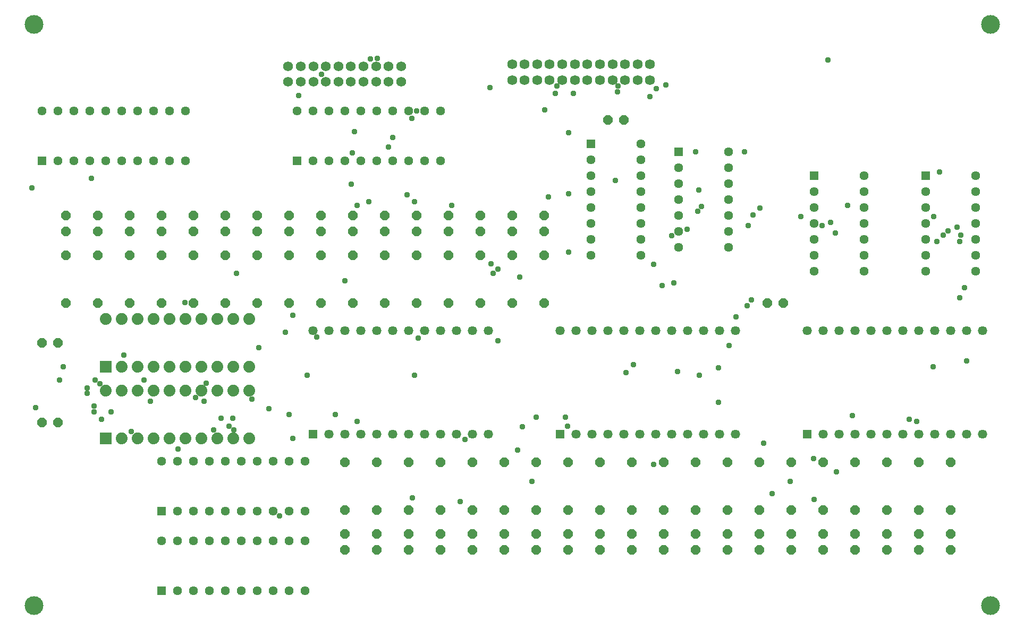
<source format=gbr>
G04 EAGLE Gerber RS-274X export*
G75*
%MOMM*%
%FSLAX34Y34*%
%LPD*%
%INSoldermask Bottom*%
%IPPOS*%
%AMOC8*
5,1,8,0,0,1.08239X$1,22.5*%
G01*
%ADD10R,1.461200X1.461200*%
%ADD11C,1.461200*%
%ADD12R,1.879600X1.879600*%
%ADD13C,1.879600*%
%ADD14R,1.441200X1.441200*%
%ADD15C,1.441200*%
%ADD16P,1.649562X8X292.500000*%
%ADD17P,1.649562X8X112.500000*%
%ADD18C,1.584200*%
%ADD19P,1.649562X8X22.500000*%
%ADD20C,3.003200*%
%ADD21C,1.561200*%
%ADD22C,0.959600*%


D10*
X482600Y311150D03*
D11*
X508000Y311150D03*
X533400Y311150D03*
X558800Y311150D03*
X584200Y311150D03*
X609600Y311150D03*
X635000Y311150D03*
X660400Y311150D03*
X685800Y311150D03*
X711200Y311150D03*
X736600Y311150D03*
X762000Y311150D03*
X762000Y476250D03*
X736600Y476250D03*
X711200Y476250D03*
X685800Y476250D03*
X660400Y476250D03*
X635000Y476250D03*
X609600Y476250D03*
X584200Y476250D03*
X558800Y476250D03*
X533400Y476250D03*
X508000Y476250D03*
X482600Y476250D03*
D10*
X876300Y311150D03*
D11*
X901700Y311150D03*
X927100Y311150D03*
X952500Y311150D03*
X977900Y311150D03*
X1003300Y311150D03*
X1028700Y311150D03*
X1054100Y311150D03*
X1079500Y311150D03*
X1104900Y311150D03*
X1130300Y311150D03*
X1155700Y311150D03*
X1155700Y476250D03*
X1130300Y476250D03*
X1104900Y476250D03*
X1079500Y476250D03*
X1054100Y476250D03*
X1028700Y476250D03*
X1003300Y476250D03*
X977900Y476250D03*
X952500Y476250D03*
X927100Y476250D03*
X901700Y476250D03*
X876300Y476250D03*
D10*
X1270000Y311150D03*
D11*
X1295400Y311150D03*
X1320800Y311150D03*
X1346200Y311150D03*
X1371600Y311150D03*
X1397000Y311150D03*
X1422400Y311150D03*
X1447800Y311150D03*
X1473200Y311150D03*
X1498600Y311150D03*
X1524000Y311150D03*
X1549400Y311150D03*
X1549400Y476250D03*
X1524000Y476250D03*
X1498600Y476250D03*
X1473200Y476250D03*
X1447800Y476250D03*
X1422400Y476250D03*
X1397000Y476250D03*
X1371600Y476250D03*
X1346200Y476250D03*
X1320800Y476250D03*
X1295400Y476250D03*
X1270000Y476250D03*
D12*
X152400Y304800D03*
D13*
X177800Y304800D03*
X203200Y304800D03*
X228600Y304800D03*
X254000Y304800D03*
X279400Y304800D03*
X304800Y304800D03*
X330200Y304800D03*
X355600Y304800D03*
X381000Y304800D03*
X381000Y381000D03*
X355600Y381000D03*
X330200Y381000D03*
X304800Y381000D03*
X279400Y381000D03*
X254000Y381000D03*
X228600Y381000D03*
X203200Y381000D03*
X177800Y381000D03*
X152400Y381000D03*
D12*
X152400Y419100D03*
D13*
X177800Y419100D03*
X203200Y419100D03*
X228600Y419100D03*
X254000Y419100D03*
X279400Y419100D03*
X304800Y419100D03*
X330200Y419100D03*
X355600Y419100D03*
X381000Y419100D03*
X381000Y495300D03*
X355600Y495300D03*
X330200Y495300D03*
X304800Y495300D03*
X279400Y495300D03*
X254000Y495300D03*
X228600Y495300D03*
X203200Y495300D03*
X177800Y495300D03*
X152400Y495300D03*
D14*
X457200Y747700D03*
D15*
X482600Y747700D03*
X508000Y747700D03*
X533400Y747700D03*
X558800Y747700D03*
X584200Y747700D03*
X609600Y747700D03*
X635000Y747700D03*
X660400Y747700D03*
X685800Y747700D03*
X685800Y827100D03*
X660400Y827100D03*
X635000Y827100D03*
X609600Y827100D03*
X584200Y827100D03*
X558800Y827100D03*
X533400Y827100D03*
X508000Y827100D03*
X482600Y827100D03*
X457200Y827100D03*
D14*
X50800Y747700D03*
D15*
X76200Y747700D03*
X101600Y747700D03*
X127000Y747700D03*
X152400Y747700D03*
X177800Y747700D03*
X203200Y747700D03*
X228600Y747700D03*
X254000Y747700D03*
X279400Y747700D03*
X279400Y827100D03*
X254000Y827100D03*
X228600Y827100D03*
X203200Y827100D03*
X177800Y827100D03*
X152400Y827100D03*
X127000Y827100D03*
X101600Y827100D03*
X76200Y827100D03*
X50800Y827100D03*
D14*
X925500Y774700D03*
D15*
X925500Y749300D03*
X925500Y723900D03*
X925500Y698500D03*
X925500Y673100D03*
X925500Y647700D03*
X925500Y622300D03*
X925500Y596900D03*
X1004900Y596900D03*
X1004900Y622300D03*
X1004900Y647700D03*
X1004900Y673100D03*
X1004900Y698500D03*
X1004900Y723900D03*
X1004900Y749300D03*
X1004900Y774700D03*
D14*
X241300Y61900D03*
D15*
X266700Y61900D03*
X292100Y61900D03*
X317500Y61900D03*
X342900Y61900D03*
X368300Y61900D03*
X393700Y61900D03*
X419100Y61900D03*
X444500Y61900D03*
X469900Y61900D03*
X469900Y141300D03*
X444500Y141300D03*
X419100Y141300D03*
X393700Y141300D03*
X368300Y141300D03*
X342900Y141300D03*
X317500Y141300D03*
X292100Y141300D03*
X266700Y141300D03*
X241300Y141300D03*
D14*
X241300Y188900D03*
D15*
X266700Y188900D03*
X292100Y188900D03*
X317500Y188900D03*
X342900Y188900D03*
X368300Y188900D03*
X393700Y188900D03*
X419100Y188900D03*
X444500Y188900D03*
X469900Y188900D03*
X469900Y268300D03*
X444500Y268300D03*
X419100Y268300D03*
X393700Y268300D03*
X368300Y268300D03*
X342900Y268300D03*
X317500Y268300D03*
X292100Y268300D03*
X266700Y268300D03*
X241300Y268300D03*
D14*
X1458900Y723900D03*
D15*
X1458900Y698500D03*
X1458900Y673100D03*
X1458900Y647700D03*
X1458900Y622300D03*
X1458900Y596900D03*
X1458900Y571500D03*
X1538300Y571500D03*
X1538300Y596900D03*
X1538300Y622300D03*
X1538300Y647700D03*
X1538300Y673100D03*
X1538300Y698500D03*
X1538300Y723900D03*
D14*
X1281100Y723900D03*
D15*
X1281100Y698500D03*
X1281100Y673100D03*
X1281100Y647700D03*
X1281100Y622300D03*
X1281100Y596900D03*
X1281100Y571500D03*
X1360500Y571500D03*
X1360500Y596900D03*
X1360500Y622300D03*
X1360500Y647700D03*
X1360500Y673100D03*
X1360500Y698500D03*
X1360500Y723900D03*
D14*
X1065200Y762000D03*
D15*
X1065200Y736600D03*
X1065200Y711200D03*
X1065200Y685800D03*
X1065200Y660400D03*
X1065200Y635000D03*
X1065200Y609600D03*
X1144600Y609600D03*
X1144600Y635000D03*
X1144600Y660400D03*
X1144600Y685800D03*
X1144600Y711200D03*
X1144600Y736600D03*
X1144600Y762000D03*
D16*
X584200Y152400D03*
X584200Y127000D03*
X635000Y152400D03*
X635000Y127000D03*
X685800Y152400D03*
X685800Y127000D03*
X736600Y152400D03*
X736600Y127000D03*
X787400Y152400D03*
X787400Y127000D03*
X838200Y152400D03*
X838200Y127000D03*
X889000Y152400D03*
X889000Y127000D03*
X939800Y152400D03*
X939800Y127000D03*
X990600Y152400D03*
X990600Y127000D03*
X1041400Y152400D03*
X1041400Y127000D03*
X1092200Y152400D03*
X1092200Y127000D03*
X1143000Y152400D03*
X1143000Y127000D03*
X1193800Y152400D03*
X1193800Y127000D03*
X1244600Y152400D03*
X1244600Y127000D03*
X1295400Y152400D03*
X1295400Y127000D03*
X1346200Y152400D03*
X1346200Y127000D03*
X1397000Y152400D03*
X1397000Y127000D03*
X1447800Y152400D03*
X1447800Y127000D03*
X1498600Y152400D03*
X1498600Y127000D03*
D17*
X584200Y190500D03*
X584200Y266700D03*
X635000Y190500D03*
X635000Y266700D03*
X685800Y190500D03*
X685800Y266700D03*
X736600Y190500D03*
X736600Y266700D03*
X787400Y190500D03*
X787400Y266700D03*
X838200Y190500D03*
X838200Y266700D03*
X889000Y190500D03*
X889000Y266700D03*
X939800Y190500D03*
X939800Y266700D03*
X990600Y190500D03*
X990600Y266700D03*
X1041400Y190500D03*
X1041400Y266700D03*
X1092200Y190500D03*
X1092200Y266700D03*
X1143000Y190500D03*
X1143000Y266700D03*
X1193800Y190500D03*
X1193800Y266700D03*
X1244600Y190500D03*
X1244600Y266700D03*
X1295400Y190500D03*
X1295400Y266700D03*
X1346200Y190500D03*
X1346200Y266700D03*
X1397000Y190500D03*
X1397000Y266700D03*
X1447800Y190500D03*
X1447800Y266700D03*
X1498600Y190500D03*
X1498600Y266700D03*
X533400Y190500D03*
X533400Y266700D03*
D16*
X533400Y152400D03*
X533400Y127000D03*
D18*
X800100Y901700D03*
X800100Y876700D03*
X820100Y901700D03*
X820100Y876700D03*
X840100Y901700D03*
X840100Y876700D03*
X860100Y901700D03*
X860100Y876700D03*
X880100Y901700D03*
X880100Y876700D03*
X900100Y901700D03*
X900100Y876700D03*
X920100Y901700D03*
X920100Y876700D03*
X940100Y901700D03*
X940100Y876700D03*
X960100Y901700D03*
X960100Y876700D03*
X980100Y901700D03*
X980100Y876700D03*
X1000100Y901700D03*
X1000100Y876700D03*
X1020100Y901700D03*
X1020100Y876700D03*
D19*
X952500Y812800D03*
X977900Y812800D03*
X1206500Y520700D03*
X1231900Y520700D03*
X50800Y457200D03*
X76200Y457200D03*
X50800Y330200D03*
X76200Y330200D03*
D20*
X38100Y38100D03*
X38100Y965200D03*
X1562100Y965200D03*
X1562100Y38100D03*
D17*
X800100Y635000D03*
X800100Y660400D03*
X749300Y635000D03*
X749300Y660400D03*
X698500Y635000D03*
X698500Y660400D03*
X647700Y635000D03*
X647700Y660400D03*
X596900Y635000D03*
X596900Y660400D03*
X546100Y635000D03*
X546100Y660400D03*
X495300Y635000D03*
X495300Y660400D03*
X444500Y635000D03*
X444500Y660400D03*
X393700Y635000D03*
X393700Y660400D03*
X342900Y635000D03*
X342900Y660400D03*
X292100Y635000D03*
X292100Y660400D03*
X241300Y635000D03*
X241300Y660400D03*
X190500Y635000D03*
X190500Y660400D03*
X139700Y635000D03*
X139700Y660400D03*
X88900Y635000D03*
X88900Y660400D03*
X850900Y635000D03*
X850900Y660400D03*
D16*
X800100Y596900D03*
X800100Y520700D03*
X749300Y596900D03*
X749300Y520700D03*
X698500Y596900D03*
X698500Y520700D03*
X647700Y596900D03*
X647700Y520700D03*
X596900Y596900D03*
X596900Y520700D03*
X546100Y596900D03*
X546100Y520700D03*
X495300Y596900D03*
X495300Y520700D03*
X444500Y596900D03*
X444500Y520700D03*
X393700Y596900D03*
X393700Y520700D03*
X342900Y596900D03*
X342900Y520700D03*
X292100Y596900D03*
X292100Y520700D03*
X241300Y596900D03*
X241300Y520700D03*
X190500Y596900D03*
X190500Y520700D03*
X139700Y596900D03*
X139700Y520700D03*
X88900Y596900D03*
X88900Y520700D03*
X850900Y596900D03*
X850900Y520700D03*
D21*
X443400Y898600D03*
X443400Y873600D03*
X463400Y898600D03*
X463400Y873600D03*
X483400Y898600D03*
X483400Y873600D03*
X503400Y898600D03*
X503400Y873600D03*
X523400Y898600D03*
X523400Y873600D03*
X543400Y898600D03*
X543400Y873600D03*
X563400Y898600D03*
X563400Y873600D03*
X583400Y898600D03*
X583400Y873600D03*
X603400Y898600D03*
X603400Y873600D03*
X623400Y898600D03*
X623400Y873600D03*
D22*
X1054608Y627888D03*
X632460Y693420D03*
X85344Y419100D03*
X1181100Y525780D03*
X964692Y716280D03*
X1063752Y411480D03*
X1432560Y335280D03*
X1146048Y452628D03*
X993648Y422148D03*
X1444752Y332232D03*
X1129284Y362712D03*
X725424Y303276D03*
X1200912Y297180D03*
X981456Y409956D03*
X1342644Y341376D03*
X1156716Y498348D03*
X553212Y332232D03*
X777240Y574548D03*
X134112Y356616D03*
X1092708Y762000D03*
X1170432Y762000D03*
X1335024Y676656D03*
X967740Y858012D03*
X868680Y854964D03*
X897636Y854964D03*
X193548Y315468D03*
X41148Y353568D03*
X348996Y324612D03*
X533400Y556260D03*
X585216Y911352D03*
X413004Y352044D03*
X545592Y760476D03*
X544068Y710184D03*
X571500Y682752D03*
X574548Y909828D03*
X451104Y304800D03*
X473964Y405384D03*
X312420Y393192D03*
X603504Y769620D03*
X451104Y501396D03*
X396240Y449580D03*
X429768Y181356D03*
X356616Y318516D03*
X295656Y370332D03*
X123444Y376428D03*
X143256Y391668D03*
X650748Y464820D03*
X644652Y682752D03*
X548640Y794004D03*
X361188Y568452D03*
X146304Y335280D03*
X134112Y347472D03*
X769620Y568452D03*
X496824Y885444D03*
X460248Y851916D03*
X35052Y704088D03*
X213360Y397764D03*
X135636Y397764D03*
X123444Y385572D03*
X336804Y336804D03*
X309372Y364236D03*
X224028Y364236D03*
X181356Y437388D03*
X268224Y288036D03*
X161544Y347472D03*
X1315212Y632460D03*
X1260348Y658368D03*
X1030224Y862584D03*
X969264Y867156D03*
X609600Y784860D03*
X640080Y815340D03*
X851916Y829056D03*
X871728Y867156D03*
X129540Y719328D03*
X704088Y676656D03*
X553212Y676656D03*
X812292Y562356D03*
X324612Y318516D03*
X355092Y336804D03*
X385572Y367284D03*
X445008Y342900D03*
X518160Y342900D03*
X79248Y397764D03*
X766572Y583692D03*
X885444Y338328D03*
X888492Y324612D03*
X278892Y521208D03*
X816864Y323088D03*
X1214628Y216408D03*
X438912Y473964D03*
X489204Y466344D03*
X644652Y405384D03*
X1514856Y629412D03*
X1487424Y629412D03*
X717804Y204216D03*
X1316736Y251460D03*
X1019556Y850392D03*
X1175004Y516636D03*
X1078992Y638556D03*
X1243584Y236220D03*
X1280160Y272796D03*
X1025652Y263652D03*
X1176528Y644652D03*
X1098804Y405384D03*
X1129284Y417576D03*
X809244Y286512D03*
X832104Y236220D03*
X890016Y792480D03*
X890016Y694944D03*
X890016Y601980D03*
X1508760Y641604D03*
X1520952Y545592D03*
X777240Y460248D03*
X1039368Y548640D03*
X1184148Y661416D03*
X1194816Y672084D03*
X1513332Y618744D03*
X1513332Y528828D03*
X838200Y338328D03*
X1281684Y207264D03*
X1476756Y618744D03*
X1470660Y419100D03*
X1057656Y553212D03*
X1293876Y644652D03*
X765048Y864108D03*
X1097280Y701040D03*
X1025652Y582168D03*
X1524000Y428244D03*
X641604Y210312D03*
X1045464Y868680D03*
X1472184Y658368D03*
X1495044Y635508D03*
X1101852Y675132D03*
X1307592Y649224D03*
X1095756Y667512D03*
X1481328Y729996D03*
X1303020Y908304D03*
X647700Y827532D03*
X858012Y690372D03*
M02*

</source>
